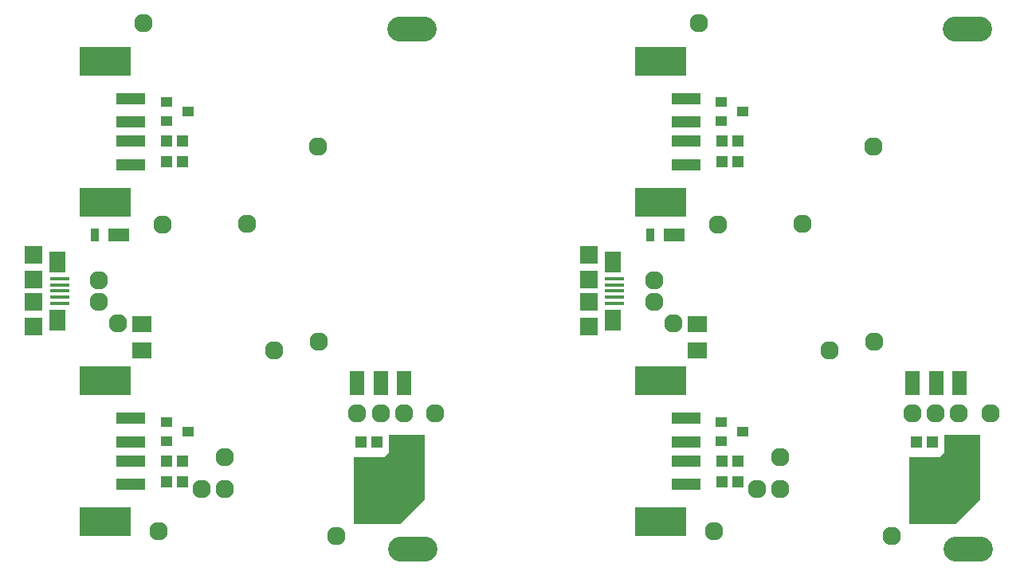
<source format=gbr>
%FSLAX34Y34*%
%MOMM*%
%LNSOLDERMASK_BOTTOM*%
G71*
G01*
%ADD10R,2.060X0.460*%
%ADD11R,1.660X2.160*%
%ADD12R,1.960X1.960*%
%ADD13R,1.960X1.860*%
%ADD14C,1.960*%
%ADD15C,2.660*%
%ADD16R,3.060X1.260*%
%ADD17R,5.460X3.060*%
%ADD18R,1.280X1.080*%
%ADD19R,1.160X1.260*%
%ADD20R,1.560X2.560*%
%ADD21R,2.260X1.460*%
%ADD22R,0.960X1.460*%
%ADD23R,2.060X1.660*%
%LPD*%
X-5250Y291092D02*
G54D10*
D03*
X-5250Y297592D02*
G54D10*
D03*
X-5250Y304092D02*
G54D10*
D03*
X-5250Y310592D02*
G54D10*
D03*
X-5250Y284592D02*
G54D10*
D03*
X-7150Y328592D02*
G54D11*
D03*
X-7150Y266592D02*
G54D11*
D03*
X-32650Y309592D02*
G54D12*
D03*
X-32650Y285592D02*
G54D12*
D03*
X-32650Y335592D02*
G54D13*
D03*
X-32650Y259592D02*
G54D13*
D03*
X36750Y309030D02*
G54D14*
D03*
X84000Y582638D02*
G54D14*
D03*
X57200Y263222D02*
G54D14*
D03*
X36450Y285930D02*
G54D14*
D03*
X269600Y450700D02*
G54D14*
D03*
X100000Y42400D02*
G54D14*
D03*
X270100Y243400D02*
G54D14*
D03*
X170700Y87000D02*
G54D14*
D03*
X357400Y126100D02*
G54D14*
D03*
G54D15*
X356700Y23400D02*
X382700Y23400D01*
G54D15*
X356200Y576200D02*
X382200Y576200D01*
X393900Y167200D02*
G54D14*
D03*
X360600Y167300D02*
G54D14*
D03*
X194500Y369300D02*
G54D14*
D03*
X288900Y37400D02*
G54D14*
D03*
X70808Y476958D02*
G54D16*
D03*
X70808Y456958D02*
G54D16*
D03*
X70808Y431958D02*
G54D16*
D03*
X70808Y501958D02*
G54D16*
D03*
X43808Y541958D02*
G54D17*
D03*
X43808Y391958D02*
G54D17*
D03*
X70808Y136958D02*
G54D16*
D03*
X70808Y116958D02*
G54D16*
D03*
X70808Y91958D02*
G54D16*
D03*
X70808Y161958D02*
G54D16*
D03*
X43808Y201958D02*
G54D17*
D03*
X43808Y51958D02*
G54D17*
D03*
X223000Y234300D02*
G54D14*
D03*
X131117Y487953D02*
G54D18*
D03*
X108217Y477753D02*
G54D18*
D03*
X108217Y498153D02*
G54D18*
D03*
X125413Y456914D02*
G54D19*
D03*
X108413Y456914D02*
G54D19*
D03*
X125413Y435014D02*
G54D19*
D03*
X108413Y435014D02*
G54D19*
D03*
X131117Y147953D02*
G54D18*
D03*
X108217Y137753D02*
G54D18*
D03*
X108217Y158153D02*
G54D18*
D03*
X125413Y116914D02*
G54D19*
D03*
X108413Y116914D02*
G54D19*
D03*
X125413Y95014D02*
G54D19*
D03*
X108413Y95014D02*
G54D19*
D03*
X146100Y87300D02*
G54D14*
D03*
X311100Y167400D02*
G54D14*
D03*
X336000Y167200D02*
G54D14*
D03*
X332068Y137000D02*
G54D19*
D03*
X315068Y137000D02*
G54D19*
D03*
X310800Y199900D02*
G54D20*
D03*
X336400Y199700D02*
G54D20*
D03*
X361100Y199700D02*
G54D20*
D03*
X170500Y120600D02*
G54D14*
D03*
X104700Y367800D02*
G54D14*
D03*
X57926Y356767D02*
G54D21*
D03*
X32526Y356767D02*
G54D22*
D03*
X82507Y234612D02*
G54D23*
D03*
X82508Y262612D02*
G54D23*
D03*
G36*
X345100Y144700D02*
X383200Y144700D01*
X383200Y75800D01*
X357500Y50100D01*
X307600Y50100D01*
X307600Y120900D01*
X307400Y121100D01*
X340500Y121100D01*
X345100Y125700D01*
X345100Y144700D01*
G37*
X584750Y291092D02*
G54D10*
D03*
X584750Y297592D02*
G54D10*
D03*
X584750Y304092D02*
G54D10*
D03*
X584750Y310592D02*
G54D10*
D03*
X584750Y284592D02*
G54D10*
D03*
X582850Y328592D02*
G54D11*
D03*
X582850Y266592D02*
G54D11*
D03*
X557350Y309592D02*
G54D12*
D03*
X557350Y285592D02*
G54D12*
D03*
X557350Y335592D02*
G54D13*
D03*
X557350Y259592D02*
G54D13*
D03*
X626750Y309030D02*
G54D14*
D03*
X674000Y582638D02*
G54D14*
D03*
X647200Y263222D02*
G54D14*
D03*
X626450Y285930D02*
G54D14*
D03*
X859600Y450700D02*
G54D14*
D03*
X690000Y42400D02*
G54D14*
D03*
X860100Y243400D02*
G54D14*
D03*
X760700Y87000D02*
G54D14*
D03*
X947400Y126100D02*
G54D14*
D03*
G54D15*
X946700Y23400D02*
X972700Y23400D01*
G54D15*
X946200Y576200D02*
X972200Y576200D01*
X983900Y167200D02*
G54D14*
D03*
X950600Y167300D02*
G54D14*
D03*
X784500Y369300D02*
G54D14*
D03*
X878900Y37400D02*
G54D14*
D03*
X660808Y476958D02*
G54D16*
D03*
X660808Y456958D02*
G54D16*
D03*
X660808Y431958D02*
G54D16*
D03*
X660808Y501958D02*
G54D16*
D03*
X633808Y541958D02*
G54D17*
D03*
X633808Y391958D02*
G54D17*
D03*
X660808Y136958D02*
G54D16*
D03*
X660808Y116958D02*
G54D16*
D03*
X660808Y91958D02*
G54D16*
D03*
X660808Y161958D02*
G54D16*
D03*
X633808Y201958D02*
G54D17*
D03*
X633808Y51958D02*
G54D17*
D03*
X813000Y234300D02*
G54D14*
D03*
X721117Y487953D02*
G54D18*
D03*
X698217Y477753D02*
G54D18*
D03*
X698217Y498153D02*
G54D18*
D03*
X715413Y456914D02*
G54D19*
D03*
X698413Y456914D02*
G54D19*
D03*
X715413Y435014D02*
G54D19*
D03*
X698413Y435014D02*
G54D19*
D03*
X721117Y147953D02*
G54D18*
D03*
X698217Y137753D02*
G54D18*
D03*
X698217Y158153D02*
G54D18*
D03*
X715413Y116914D02*
G54D19*
D03*
X698413Y116914D02*
G54D19*
D03*
X715413Y95014D02*
G54D19*
D03*
X698413Y95014D02*
G54D19*
D03*
X736100Y87300D02*
G54D14*
D03*
X901100Y167400D02*
G54D14*
D03*
X926000Y167200D02*
G54D14*
D03*
X922068Y137000D02*
G54D19*
D03*
X905068Y137000D02*
G54D19*
D03*
X900800Y199900D02*
G54D20*
D03*
X926400Y199700D02*
G54D20*
D03*
X951100Y199700D02*
G54D20*
D03*
X760500Y120600D02*
G54D14*
D03*
X694700Y367800D02*
G54D14*
D03*
X647926Y356767D02*
G54D21*
D03*
X622526Y356767D02*
G54D22*
D03*
X672507Y234612D02*
G54D23*
D03*
X672508Y262612D02*
G54D23*
D03*
G36*
X935100Y144700D02*
X973200Y144700D01*
X973200Y75800D01*
X947500Y50100D01*
X897600Y50100D01*
X897600Y120900D01*
X897400Y121100D01*
X930500Y121100D01*
X935100Y125700D01*
X935100Y144700D01*
G37*
M02*

</source>
